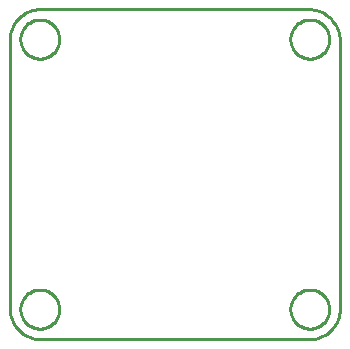
<source format=gko>
G04 EAGLE Gerber RS-274X export*
G75*
%MOMM*%
%FSLAX34Y34*%
%LPD*%
%IN*%
%IPPOS*%
%AMOC8*
5,1,8,0,0,1.08239X$1,22.5*%
G01*
%ADD10C,0.000000*%
%ADD11C,0.254000*%


D10*
X91Y254079D02*
X9Y25408D01*
X16Y24794D01*
X38Y24181D01*
X75Y23568D01*
X126Y22956D01*
X193Y22346D01*
X274Y21738D01*
X369Y21131D01*
X480Y20528D01*
X605Y19927D01*
X744Y19329D01*
X898Y18735D01*
X1066Y18144D01*
X1248Y17558D01*
X1445Y16977D01*
X1655Y16400D01*
X1880Y15829D01*
X2118Y15263D01*
X2369Y14703D01*
X2635Y14149D01*
X2913Y13602D01*
X3205Y13062D01*
X3509Y12529D01*
X3827Y12004D01*
X4157Y11486D01*
X4499Y10977D01*
X4853Y10476D01*
X5220Y9983D01*
X5598Y9500D01*
X5988Y9026D01*
X6390Y8562D01*
X6802Y8107D01*
X7225Y7662D01*
X7659Y7228D01*
X8104Y6805D01*
X8558Y6392D01*
X9022Y5990D01*
X9496Y5600D01*
X9979Y5221D01*
X10471Y4854D01*
X10972Y4500D01*
X11481Y4157D01*
X11998Y3827D01*
X12524Y3509D01*
X13056Y3204D01*
X13596Y2912D01*
X14143Y2633D01*
X14697Y2368D01*
X15256Y2116D01*
X15822Y1877D01*
X16393Y1652D01*
X16970Y1442D01*
X17551Y1245D01*
X18137Y1062D01*
X18727Y893D01*
X19321Y739D01*
X19919Y599D01*
X20520Y474D01*
X21124Y363D01*
X21730Y267D01*
X22338Y186D01*
X22949Y119D01*
X23560Y67D01*
X24173Y30D01*
X24786Y8D01*
X25400Y0D01*
X254000Y0D01*
X254622Y8D01*
X255243Y30D01*
X255864Y69D01*
X256483Y122D01*
X257101Y190D01*
X257717Y274D01*
X258331Y373D01*
X258943Y486D01*
X259551Y615D01*
X260156Y759D01*
X260757Y917D01*
X261354Y1090D01*
X261947Y1277D01*
X262535Y1480D01*
X263118Y1696D01*
X263696Y1927D01*
X264267Y2171D01*
X264833Y2430D01*
X265391Y2703D01*
X265944Y2989D01*
X266488Y3288D01*
X267026Y3601D01*
X267555Y3927D01*
X268077Y4266D01*
X268590Y4617D01*
X269094Y4981D01*
X269589Y5357D01*
X270075Y5746D01*
X270551Y6146D01*
X271017Y6557D01*
X271473Y6980D01*
X271918Y7414D01*
X272352Y7859D01*
X272776Y8314D01*
X273188Y8779D01*
X273589Y9255D01*
X273978Y9740D01*
X274355Y10234D01*
X274720Y10738D01*
X275072Y11250D01*
X275411Y11771D01*
X275738Y12300D01*
X276052Y12837D01*
X276352Y13382D01*
X276639Y13933D01*
X276912Y14492D01*
X277172Y15057D01*
X277418Y15628D01*
X277649Y16205D01*
X277866Y16788D01*
X278069Y17375D01*
X278258Y17968D01*
X278432Y18565D01*
X278591Y19166D01*
X278736Y19771D01*
X278865Y20379D01*
X278980Y20990D01*
X279079Y21604D01*
X279164Y22220D01*
X279233Y22838D01*
X279288Y23457D01*
X279327Y24077D01*
X279350Y24699D01*
X279359Y25321D01*
X279440Y252508D01*
X279432Y253158D01*
X279409Y253807D01*
X279370Y254455D01*
X279316Y255103D01*
X279246Y255749D01*
X279160Y256393D01*
X279059Y257034D01*
X278942Y257673D01*
X278810Y258309D01*
X278662Y258942D01*
X278499Y259571D01*
X278321Y260196D01*
X278128Y260816D01*
X277920Y261432D01*
X277698Y262042D01*
X277460Y262647D01*
X277208Y263246D01*
X276942Y263838D01*
X276661Y264424D01*
X276366Y265003D01*
X276058Y265575D01*
X275736Y266139D01*
X275400Y266695D01*
X275050Y267243D01*
X274688Y267782D01*
X274313Y268312D01*
X273925Y268833D01*
X273524Y269345D01*
X273112Y269847D01*
X272687Y270338D01*
X272250Y270819D01*
X271802Y271290D01*
X271343Y271749D01*
X270873Y272198D01*
X270392Y272635D01*
X269901Y273060D01*
X269399Y273473D01*
X268888Y273874D01*
X268367Y274262D01*
X267837Y274638D01*
X267298Y275000D01*
X266751Y275350D01*
X266195Y275686D01*
X265631Y276009D01*
X265059Y276318D01*
X264481Y276613D01*
X263895Y276894D01*
X263303Y277161D01*
X262704Y277413D01*
X262099Y277651D01*
X261489Y277874D01*
X260874Y278083D01*
X260254Y278276D01*
X259629Y278454D01*
X259000Y278618D01*
X258368Y278766D01*
X257732Y278898D01*
X257093Y279015D01*
X256451Y279117D01*
X255807Y279203D01*
X255161Y279274D01*
X254514Y279329D01*
X253865Y279368D01*
X253216Y279392D01*
X252566Y279400D01*
X252567Y279400D02*
X25400Y279400D01*
X24788Y279393D01*
X24177Y279370D01*
X23566Y279333D01*
X22957Y279282D01*
X22348Y279215D01*
X21742Y279134D01*
X21138Y279039D01*
X20536Y278928D01*
X19937Y278803D01*
X19341Y278664D01*
X18749Y278511D01*
X18161Y278343D01*
X17577Y278161D01*
X16997Y277964D01*
X16423Y277754D01*
X15853Y277530D01*
X15290Y277293D01*
X14732Y277042D01*
X14180Y276777D01*
X13635Y276499D01*
X13097Y276208D01*
X12566Y275905D01*
X12042Y275588D01*
X11527Y275259D01*
X11019Y274917D01*
X10520Y274564D01*
X10030Y274198D01*
X9548Y273821D01*
X9076Y273432D01*
X8613Y273032D01*
X8160Y272620D01*
X7717Y272198D01*
X7285Y271765D01*
X6863Y271322D01*
X6452Y270869D01*
X6052Y270406D01*
X5663Y269934D01*
X5286Y269452D01*
X4921Y268962D01*
X4567Y268462D01*
X4226Y267955D01*
X3897Y267439D01*
X3581Y266915D01*
X3277Y266384D01*
X2986Y265846D01*
X2709Y265300D01*
X2444Y264749D01*
X2193Y264191D01*
X1956Y263627D01*
X1733Y263057D01*
X1523Y262483D01*
X1327Y261903D01*
X1145Y261319D01*
X977Y260731D01*
X824Y260138D01*
X685Y259543D01*
X561Y258944D01*
X451Y258342D01*
X355Y257737D01*
X274Y257131D01*
X208Y256523D01*
X157Y255913D01*
X120Y255303D01*
X98Y254691D01*
X91Y254079D01*
X237490Y25400D02*
X237495Y25805D01*
X237510Y26210D01*
X237535Y26615D01*
X237570Y27018D01*
X237614Y27421D01*
X237669Y27823D01*
X237733Y28223D01*
X237807Y28621D01*
X237891Y29017D01*
X237985Y29412D01*
X238088Y29803D01*
X238201Y30193D01*
X238323Y30579D01*
X238455Y30962D01*
X238596Y31342D01*
X238747Y31718D01*
X238906Y32091D01*
X239075Y32459D01*
X239253Y32823D01*
X239439Y33183D01*
X239635Y33538D01*
X239839Y33888D01*
X240051Y34233D01*
X240272Y34572D01*
X240502Y34907D01*
X240739Y35235D01*
X240984Y35557D01*
X241238Y35874D01*
X241498Y36184D01*
X241767Y36487D01*
X242043Y36784D01*
X242326Y37074D01*
X242616Y37357D01*
X242913Y37633D01*
X243216Y37902D01*
X243526Y38162D01*
X243843Y38416D01*
X244165Y38661D01*
X244493Y38898D01*
X244828Y39128D01*
X245167Y39349D01*
X245512Y39561D01*
X245862Y39765D01*
X246217Y39961D01*
X246577Y40147D01*
X246941Y40325D01*
X247309Y40494D01*
X247682Y40653D01*
X248058Y40804D01*
X248438Y40945D01*
X248821Y41077D01*
X249207Y41199D01*
X249597Y41312D01*
X249988Y41415D01*
X250383Y41509D01*
X250779Y41593D01*
X251177Y41667D01*
X251577Y41731D01*
X251979Y41786D01*
X252382Y41830D01*
X252785Y41865D01*
X253190Y41890D01*
X253595Y41905D01*
X254000Y41910D01*
X254405Y41905D01*
X254810Y41890D01*
X255215Y41865D01*
X255618Y41830D01*
X256021Y41786D01*
X256423Y41731D01*
X256823Y41667D01*
X257221Y41593D01*
X257617Y41509D01*
X258012Y41415D01*
X258403Y41312D01*
X258793Y41199D01*
X259179Y41077D01*
X259562Y40945D01*
X259942Y40804D01*
X260318Y40653D01*
X260691Y40494D01*
X261059Y40325D01*
X261423Y40147D01*
X261783Y39961D01*
X262138Y39765D01*
X262488Y39561D01*
X262833Y39349D01*
X263172Y39128D01*
X263507Y38898D01*
X263835Y38661D01*
X264157Y38416D01*
X264474Y38162D01*
X264784Y37902D01*
X265087Y37633D01*
X265384Y37357D01*
X265674Y37074D01*
X265957Y36784D01*
X266233Y36487D01*
X266502Y36184D01*
X266762Y35874D01*
X267016Y35557D01*
X267261Y35235D01*
X267498Y34907D01*
X267728Y34572D01*
X267949Y34233D01*
X268161Y33888D01*
X268365Y33538D01*
X268561Y33183D01*
X268747Y32823D01*
X268925Y32459D01*
X269094Y32091D01*
X269253Y31718D01*
X269404Y31342D01*
X269545Y30962D01*
X269677Y30579D01*
X269799Y30193D01*
X269912Y29803D01*
X270015Y29412D01*
X270109Y29017D01*
X270193Y28621D01*
X270267Y28223D01*
X270331Y27823D01*
X270386Y27421D01*
X270430Y27018D01*
X270465Y26615D01*
X270490Y26210D01*
X270505Y25805D01*
X270510Y25400D01*
X270505Y24995D01*
X270490Y24590D01*
X270465Y24185D01*
X270430Y23782D01*
X270386Y23379D01*
X270331Y22977D01*
X270267Y22577D01*
X270193Y22179D01*
X270109Y21783D01*
X270015Y21388D01*
X269912Y20997D01*
X269799Y20607D01*
X269677Y20221D01*
X269545Y19838D01*
X269404Y19458D01*
X269253Y19082D01*
X269094Y18709D01*
X268925Y18341D01*
X268747Y17977D01*
X268561Y17617D01*
X268365Y17262D01*
X268161Y16912D01*
X267949Y16567D01*
X267728Y16228D01*
X267498Y15893D01*
X267261Y15565D01*
X267016Y15243D01*
X266762Y14926D01*
X266502Y14616D01*
X266233Y14313D01*
X265957Y14016D01*
X265674Y13726D01*
X265384Y13443D01*
X265087Y13167D01*
X264784Y12898D01*
X264474Y12638D01*
X264157Y12384D01*
X263835Y12139D01*
X263507Y11902D01*
X263172Y11672D01*
X262833Y11451D01*
X262488Y11239D01*
X262138Y11035D01*
X261783Y10839D01*
X261423Y10653D01*
X261059Y10475D01*
X260691Y10306D01*
X260318Y10147D01*
X259942Y9996D01*
X259562Y9855D01*
X259179Y9723D01*
X258793Y9601D01*
X258403Y9488D01*
X258012Y9385D01*
X257617Y9291D01*
X257221Y9207D01*
X256823Y9133D01*
X256423Y9069D01*
X256021Y9014D01*
X255618Y8970D01*
X255215Y8935D01*
X254810Y8910D01*
X254405Y8895D01*
X254000Y8890D01*
X253595Y8895D01*
X253190Y8910D01*
X252785Y8935D01*
X252382Y8970D01*
X251979Y9014D01*
X251577Y9069D01*
X251177Y9133D01*
X250779Y9207D01*
X250383Y9291D01*
X249988Y9385D01*
X249597Y9488D01*
X249207Y9601D01*
X248821Y9723D01*
X248438Y9855D01*
X248058Y9996D01*
X247682Y10147D01*
X247309Y10306D01*
X246941Y10475D01*
X246577Y10653D01*
X246217Y10839D01*
X245862Y11035D01*
X245512Y11239D01*
X245167Y11451D01*
X244828Y11672D01*
X244493Y11902D01*
X244165Y12139D01*
X243843Y12384D01*
X243526Y12638D01*
X243216Y12898D01*
X242913Y13167D01*
X242616Y13443D01*
X242326Y13726D01*
X242043Y14016D01*
X241767Y14313D01*
X241498Y14616D01*
X241238Y14926D01*
X240984Y15243D01*
X240739Y15565D01*
X240502Y15893D01*
X240272Y16228D01*
X240051Y16567D01*
X239839Y16912D01*
X239635Y17262D01*
X239439Y17617D01*
X239253Y17977D01*
X239075Y18341D01*
X238906Y18709D01*
X238747Y19082D01*
X238596Y19458D01*
X238455Y19838D01*
X238323Y20221D01*
X238201Y20607D01*
X238088Y20997D01*
X237985Y21388D01*
X237891Y21783D01*
X237807Y22179D01*
X237733Y22577D01*
X237669Y22977D01*
X237614Y23379D01*
X237570Y23782D01*
X237535Y24185D01*
X237510Y24590D01*
X237495Y24995D01*
X237490Y25400D01*
X8890Y25400D02*
X8895Y25805D01*
X8910Y26210D01*
X8935Y26615D01*
X8970Y27018D01*
X9014Y27421D01*
X9069Y27823D01*
X9133Y28223D01*
X9207Y28621D01*
X9291Y29017D01*
X9385Y29412D01*
X9488Y29803D01*
X9601Y30193D01*
X9723Y30579D01*
X9855Y30962D01*
X9996Y31342D01*
X10147Y31718D01*
X10306Y32091D01*
X10475Y32459D01*
X10653Y32823D01*
X10839Y33183D01*
X11035Y33538D01*
X11239Y33888D01*
X11451Y34233D01*
X11672Y34572D01*
X11902Y34907D01*
X12139Y35235D01*
X12384Y35557D01*
X12638Y35874D01*
X12898Y36184D01*
X13167Y36487D01*
X13443Y36784D01*
X13726Y37074D01*
X14016Y37357D01*
X14313Y37633D01*
X14616Y37902D01*
X14926Y38162D01*
X15243Y38416D01*
X15565Y38661D01*
X15893Y38898D01*
X16228Y39128D01*
X16567Y39349D01*
X16912Y39561D01*
X17262Y39765D01*
X17617Y39961D01*
X17977Y40147D01*
X18341Y40325D01*
X18709Y40494D01*
X19082Y40653D01*
X19458Y40804D01*
X19838Y40945D01*
X20221Y41077D01*
X20607Y41199D01*
X20997Y41312D01*
X21388Y41415D01*
X21783Y41509D01*
X22179Y41593D01*
X22577Y41667D01*
X22977Y41731D01*
X23379Y41786D01*
X23782Y41830D01*
X24185Y41865D01*
X24590Y41890D01*
X24995Y41905D01*
X25400Y41910D01*
X25805Y41905D01*
X26210Y41890D01*
X26615Y41865D01*
X27018Y41830D01*
X27421Y41786D01*
X27823Y41731D01*
X28223Y41667D01*
X28621Y41593D01*
X29017Y41509D01*
X29412Y41415D01*
X29803Y41312D01*
X30193Y41199D01*
X30579Y41077D01*
X30962Y40945D01*
X31342Y40804D01*
X31718Y40653D01*
X32091Y40494D01*
X32459Y40325D01*
X32823Y40147D01*
X33183Y39961D01*
X33538Y39765D01*
X33888Y39561D01*
X34233Y39349D01*
X34572Y39128D01*
X34907Y38898D01*
X35235Y38661D01*
X35557Y38416D01*
X35874Y38162D01*
X36184Y37902D01*
X36487Y37633D01*
X36784Y37357D01*
X37074Y37074D01*
X37357Y36784D01*
X37633Y36487D01*
X37902Y36184D01*
X38162Y35874D01*
X38416Y35557D01*
X38661Y35235D01*
X38898Y34907D01*
X39128Y34572D01*
X39349Y34233D01*
X39561Y33888D01*
X39765Y33538D01*
X39961Y33183D01*
X40147Y32823D01*
X40325Y32459D01*
X40494Y32091D01*
X40653Y31718D01*
X40804Y31342D01*
X40945Y30962D01*
X41077Y30579D01*
X41199Y30193D01*
X41312Y29803D01*
X41415Y29412D01*
X41509Y29017D01*
X41593Y28621D01*
X41667Y28223D01*
X41731Y27823D01*
X41786Y27421D01*
X41830Y27018D01*
X41865Y26615D01*
X41890Y26210D01*
X41905Y25805D01*
X41910Y25400D01*
X41905Y24995D01*
X41890Y24590D01*
X41865Y24185D01*
X41830Y23782D01*
X41786Y23379D01*
X41731Y22977D01*
X41667Y22577D01*
X41593Y22179D01*
X41509Y21783D01*
X41415Y21388D01*
X41312Y20997D01*
X41199Y20607D01*
X41077Y20221D01*
X40945Y19838D01*
X40804Y19458D01*
X40653Y19082D01*
X40494Y18709D01*
X40325Y18341D01*
X40147Y17977D01*
X39961Y17617D01*
X39765Y17262D01*
X39561Y16912D01*
X39349Y16567D01*
X39128Y16228D01*
X38898Y15893D01*
X38661Y15565D01*
X38416Y15243D01*
X38162Y14926D01*
X37902Y14616D01*
X37633Y14313D01*
X37357Y14016D01*
X37074Y13726D01*
X36784Y13443D01*
X36487Y13167D01*
X36184Y12898D01*
X35874Y12638D01*
X35557Y12384D01*
X35235Y12139D01*
X34907Y11902D01*
X34572Y11672D01*
X34233Y11451D01*
X33888Y11239D01*
X33538Y11035D01*
X33183Y10839D01*
X32823Y10653D01*
X32459Y10475D01*
X32091Y10306D01*
X31718Y10147D01*
X31342Y9996D01*
X30962Y9855D01*
X30579Y9723D01*
X30193Y9601D01*
X29803Y9488D01*
X29412Y9385D01*
X29017Y9291D01*
X28621Y9207D01*
X28223Y9133D01*
X27823Y9069D01*
X27421Y9014D01*
X27018Y8970D01*
X26615Y8935D01*
X26210Y8910D01*
X25805Y8895D01*
X25400Y8890D01*
X24995Y8895D01*
X24590Y8910D01*
X24185Y8935D01*
X23782Y8970D01*
X23379Y9014D01*
X22977Y9069D01*
X22577Y9133D01*
X22179Y9207D01*
X21783Y9291D01*
X21388Y9385D01*
X20997Y9488D01*
X20607Y9601D01*
X20221Y9723D01*
X19838Y9855D01*
X19458Y9996D01*
X19082Y10147D01*
X18709Y10306D01*
X18341Y10475D01*
X17977Y10653D01*
X17617Y10839D01*
X17262Y11035D01*
X16912Y11239D01*
X16567Y11451D01*
X16228Y11672D01*
X15893Y11902D01*
X15565Y12139D01*
X15243Y12384D01*
X14926Y12638D01*
X14616Y12898D01*
X14313Y13167D01*
X14016Y13443D01*
X13726Y13726D01*
X13443Y14016D01*
X13167Y14313D01*
X12898Y14616D01*
X12638Y14926D01*
X12384Y15243D01*
X12139Y15565D01*
X11902Y15893D01*
X11672Y16228D01*
X11451Y16567D01*
X11239Y16912D01*
X11035Y17262D01*
X10839Y17617D01*
X10653Y17977D01*
X10475Y18341D01*
X10306Y18709D01*
X10147Y19082D01*
X9996Y19458D01*
X9855Y19838D01*
X9723Y20221D01*
X9601Y20607D01*
X9488Y20997D01*
X9385Y21388D01*
X9291Y21783D01*
X9207Y22179D01*
X9133Y22577D01*
X9069Y22977D01*
X9014Y23379D01*
X8970Y23782D01*
X8935Y24185D01*
X8910Y24590D01*
X8895Y24995D01*
X8890Y25400D01*
X237490Y254000D02*
X237495Y254405D01*
X237510Y254810D01*
X237535Y255215D01*
X237570Y255618D01*
X237614Y256021D01*
X237669Y256423D01*
X237733Y256823D01*
X237807Y257221D01*
X237891Y257617D01*
X237985Y258012D01*
X238088Y258403D01*
X238201Y258793D01*
X238323Y259179D01*
X238455Y259562D01*
X238596Y259942D01*
X238747Y260318D01*
X238906Y260691D01*
X239075Y261059D01*
X239253Y261423D01*
X239439Y261783D01*
X239635Y262138D01*
X239839Y262488D01*
X240051Y262833D01*
X240272Y263172D01*
X240502Y263507D01*
X240739Y263835D01*
X240984Y264157D01*
X241238Y264474D01*
X241498Y264784D01*
X241767Y265087D01*
X242043Y265384D01*
X242326Y265674D01*
X242616Y265957D01*
X242913Y266233D01*
X243216Y266502D01*
X243526Y266762D01*
X243843Y267016D01*
X244165Y267261D01*
X244493Y267498D01*
X244828Y267728D01*
X245167Y267949D01*
X245512Y268161D01*
X245862Y268365D01*
X246217Y268561D01*
X246577Y268747D01*
X246941Y268925D01*
X247309Y269094D01*
X247682Y269253D01*
X248058Y269404D01*
X248438Y269545D01*
X248821Y269677D01*
X249207Y269799D01*
X249597Y269912D01*
X249988Y270015D01*
X250383Y270109D01*
X250779Y270193D01*
X251177Y270267D01*
X251577Y270331D01*
X251979Y270386D01*
X252382Y270430D01*
X252785Y270465D01*
X253190Y270490D01*
X253595Y270505D01*
X254000Y270510D01*
X254405Y270505D01*
X254810Y270490D01*
X255215Y270465D01*
X255618Y270430D01*
X256021Y270386D01*
X256423Y270331D01*
X256823Y270267D01*
X257221Y270193D01*
X257617Y270109D01*
X258012Y270015D01*
X258403Y269912D01*
X258793Y269799D01*
X259179Y269677D01*
X259562Y269545D01*
X259942Y269404D01*
X260318Y269253D01*
X260691Y269094D01*
X261059Y268925D01*
X261423Y268747D01*
X261783Y268561D01*
X262138Y268365D01*
X262488Y268161D01*
X262833Y267949D01*
X263172Y267728D01*
X263507Y267498D01*
X263835Y267261D01*
X264157Y267016D01*
X264474Y266762D01*
X264784Y266502D01*
X265087Y266233D01*
X265384Y265957D01*
X265674Y265674D01*
X265957Y265384D01*
X266233Y265087D01*
X266502Y264784D01*
X266762Y264474D01*
X267016Y264157D01*
X267261Y263835D01*
X267498Y263507D01*
X267728Y263172D01*
X267949Y262833D01*
X268161Y262488D01*
X268365Y262138D01*
X268561Y261783D01*
X268747Y261423D01*
X268925Y261059D01*
X269094Y260691D01*
X269253Y260318D01*
X269404Y259942D01*
X269545Y259562D01*
X269677Y259179D01*
X269799Y258793D01*
X269912Y258403D01*
X270015Y258012D01*
X270109Y257617D01*
X270193Y257221D01*
X270267Y256823D01*
X270331Y256423D01*
X270386Y256021D01*
X270430Y255618D01*
X270465Y255215D01*
X270490Y254810D01*
X270505Y254405D01*
X270510Y254000D01*
X270505Y253595D01*
X270490Y253190D01*
X270465Y252785D01*
X270430Y252382D01*
X270386Y251979D01*
X270331Y251577D01*
X270267Y251177D01*
X270193Y250779D01*
X270109Y250383D01*
X270015Y249988D01*
X269912Y249597D01*
X269799Y249207D01*
X269677Y248821D01*
X269545Y248438D01*
X269404Y248058D01*
X269253Y247682D01*
X269094Y247309D01*
X268925Y246941D01*
X268747Y246577D01*
X268561Y246217D01*
X268365Y245862D01*
X268161Y245512D01*
X267949Y245167D01*
X267728Y244828D01*
X267498Y244493D01*
X267261Y244165D01*
X267016Y243843D01*
X266762Y243526D01*
X266502Y243216D01*
X266233Y242913D01*
X265957Y242616D01*
X265674Y242326D01*
X265384Y242043D01*
X265087Y241767D01*
X264784Y241498D01*
X264474Y241238D01*
X264157Y240984D01*
X263835Y240739D01*
X263507Y240502D01*
X263172Y240272D01*
X262833Y240051D01*
X262488Y239839D01*
X262138Y239635D01*
X261783Y239439D01*
X261423Y239253D01*
X261059Y239075D01*
X260691Y238906D01*
X260318Y238747D01*
X259942Y238596D01*
X259562Y238455D01*
X259179Y238323D01*
X258793Y238201D01*
X258403Y238088D01*
X258012Y237985D01*
X257617Y237891D01*
X257221Y237807D01*
X256823Y237733D01*
X256423Y237669D01*
X256021Y237614D01*
X255618Y237570D01*
X255215Y237535D01*
X254810Y237510D01*
X254405Y237495D01*
X254000Y237490D01*
X253595Y237495D01*
X253190Y237510D01*
X252785Y237535D01*
X252382Y237570D01*
X251979Y237614D01*
X251577Y237669D01*
X251177Y237733D01*
X250779Y237807D01*
X250383Y237891D01*
X249988Y237985D01*
X249597Y238088D01*
X249207Y238201D01*
X248821Y238323D01*
X248438Y238455D01*
X248058Y238596D01*
X247682Y238747D01*
X247309Y238906D01*
X246941Y239075D01*
X246577Y239253D01*
X246217Y239439D01*
X245862Y239635D01*
X245512Y239839D01*
X245167Y240051D01*
X244828Y240272D01*
X244493Y240502D01*
X244165Y240739D01*
X243843Y240984D01*
X243526Y241238D01*
X243216Y241498D01*
X242913Y241767D01*
X242616Y242043D01*
X242326Y242326D01*
X242043Y242616D01*
X241767Y242913D01*
X241498Y243216D01*
X241238Y243526D01*
X240984Y243843D01*
X240739Y244165D01*
X240502Y244493D01*
X240272Y244828D01*
X240051Y245167D01*
X239839Y245512D01*
X239635Y245862D01*
X239439Y246217D01*
X239253Y246577D01*
X239075Y246941D01*
X238906Y247309D01*
X238747Y247682D01*
X238596Y248058D01*
X238455Y248438D01*
X238323Y248821D01*
X238201Y249207D01*
X238088Y249597D01*
X237985Y249988D01*
X237891Y250383D01*
X237807Y250779D01*
X237733Y251177D01*
X237669Y251577D01*
X237614Y251979D01*
X237570Y252382D01*
X237535Y252785D01*
X237510Y253190D01*
X237495Y253595D01*
X237490Y254000D01*
X8890Y254000D02*
X8895Y254405D01*
X8910Y254810D01*
X8935Y255215D01*
X8970Y255618D01*
X9014Y256021D01*
X9069Y256423D01*
X9133Y256823D01*
X9207Y257221D01*
X9291Y257617D01*
X9385Y258012D01*
X9488Y258403D01*
X9601Y258793D01*
X9723Y259179D01*
X9855Y259562D01*
X9996Y259942D01*
X10147Y260318D01*
X10306Y260691D01*
X10475Y261059D01*
X10653Y261423D01*
X10839Y261783D01*
X11035Y262138D01*
X11239Y262488D01*
X11451Y262833D01*
X11672Y263172D01*
X11902Y263507D01*
X12139Y263835D01*
X12384Y264157D01*
X12638Y264474D01*
X12898Y264784D01*
X13167Y265087D01*
X13443Y265384D01*
X13726Y265674D01*
X14016Y265957D01*
X14313Y266233D01*
X14616Y266502D01*
X14926Y266762D01*
X15243Y267016D01*
X15565Y267261D01*
X15893Y267498D01*
X16228Y267728D01*
X16567Y267949D01*
X16912Y268161D01*
X17262Y268365D01*
X17617Y268561D01*
X17977Y268747D01*
X18341Y268925D01*
X18709Y269094D01*
X19082Y269253D01*
X19458Y269404D01*
X19838Y269545D01*
X20221Y269677D01*
X20607Y269799D01*
X20997Y269912D01*
X21388Y270015D01*
X21783Y270109D01*
X22179Y270193D01*
X22577Y270267D01*
X22977Y270331D01*
X23379Y270386D01*
X23782Y270430D01*
X24185Y270465D01*
X24590Y270490D01*
X24995Y270505D01*
X25400Y270510D01*
X25805Y270505D01*
X26210Y270490D01*
X26615Y270465D01*
X27018Y270430D01*
X27421Y270386D01*
X27823Y270331D01*
X28223Y270267D01*
X28621Y270193D01*
X29017Y270109D01*
X29412Y270015D01*
X29803Y269912D01*
X30193Y269799D01*
X30579Y269677D01*
X30962Y269545D01*
X31342Y269404D01*
X31718Y269253D01*
X32091Y269094D01*
X32459Y268925D01*
X32823Y268747D01*
X33183Y268561D01*
X33538Y268365D01*
X33888Y268161D01*
X34233Y267949D01*
X34572Y267728D01*
X34907Y267498D01*
X35235Y267261D01*
X35557Y267016D01*
X35874Y266762D01*
X36184Y266502D01*
X36487Y266233D01*
X36784Y265957D01*
X37074Y265674D01*
X37357Y265384D01*
X37633Y265087D01*
X37902Y264784D01*
X38162Y264474D01*
X38416Y264157D01*
X38661Y263835D01*
X38898Y263507D01*
X39128Y263172D01*
X39349Y262833D01*
X39561Y262488D01*
X39765Y262138D01*
X39961Y261783D01*
X40147Y261423D01*
X40325Y261059D01*
X40494Y260691D01*
X40653Y260318D01*
X40804Y259942D01*
X40945Y259562D01*
X41077Y259179D01*
X41199Y258793D01*
X41312Y258403D01*
X41415Y258012D01*
X41509Y257617D01*
X41593Y257221D01*
X41667Y256823D01*
X41731Y256423D01*
X41786Y256021D01*
X41830Y255618D01*
X41865Y255215D01*
X41890Y254810D01*
X41905Y254405D01*
X41910Y254000D01*
X41905Y253595D01*
X41890Y253190D01*
X41865Y252785D01*
X41830Y252382D01*
X41786Y251979D01*
X41731Y251577D01*
X41667Y251177D01*
X41593Y250779D01*
X41509Y250383D01*
X41415Y249988D01*
X41312Y249597D01*
X41199Y249207D01*
X41077Y248821D01*
X40945Y248438D01*
X40804Y248058D01*
X40653Y247682D01*
X40494Y247309D01*
X40325Y246941D01*
X40147Y246577D01*
X39961Y246217D01*
X39765Y245862D01*
X39561Y245512D01*
X39349Y245167D01*
X39128Y244828D01*
X38898Y244493D01*
X38661Y244165D01*
X38416Y243843D01*
X38162Y243526D01*
X37902Y243216D01*
X37633Y242913D01*
X37357Y242616D01*
X37074Y242326D01*
X36784Y242043D01*
X36487Y241767D01*
X36184Y241498D01*
X35874Y241238D01*
X35557Y240984D01*
X35235Y240739D01*
X34907Y240502D01*
X34572Y240272D01*
X34233Y240051D01*
X33888Y239839D01*
X33538Y239635D01*
X33183Y239439D01*
X32823Y239253D01*
X32459Y239075D01*
X32091Y238906D01*
X31718Y238747D01*
X31342Y238596D01*
X30962Y238455D01*
X30579Y238323D01*
X30193Y238201D01*
X29803Y238088D01*
X29412Y237985D01*
X29017Y237891D01*
X28621Y237807D01*
X28223Y237733D01*
X27823Y237669D01*
X27421Y237614D01*
X27018Y237570D01*
X26615Y237535D01*
X26210Y237510D01*
X25805Y237495D01*
X25400Y237490D01*
X24995Y237495D01*
X24590Y237510D01*
X24185Y237535D01*
X23782Y237570D01*
X23379Y237614D01*
X22977Y237669D01*
X22577Y237733D01*
X22179Y237807D01*
X21783Y237891D01*
X21388Y237985D01*
X20997Y238088D01*
X20607Y238201D01*
X20221Y238323D01*
X19838Y238455D01*
X19458Y238596D01*
X19082Y238747D01*
X18709Y238906D01*
X18341Y239075D01*
X17977Y239253D01*
X17617Y239439D01*
X17262Y239635D01*
X16912Y239839D01*
X16567Y240051D01*
X16228Y240272D01*
X15893Y240502D01*
X15565Y240739D01*
X15243Y240984D01*
X14926Y241238D01*
X14616Y241498D01*
X14313Y241767D01*
X14016Y242043D01*
X13726Y242326D01*
X13443Y242616D01*
X13167Y242913D01*
X12898Y243216D01*
X12638Y243526D01*
X12384Y243843D01*
X12139Y244165D01*
X11902Y244493D01*
X11672Y244828D01*
X11451Y245167D01*
X11239Y245512D01*
X11035Y245862D01*
X10839Y246217D01*
X10653Y246577D01*
X10475Y246941D01*
X10306Y247309D01*
X10147Y247682D01*
X9996Y248058D01*
X9855Y248438D01*
X9723Y248821D01*
X9601Y249207D01*
X9488Y249597D01*
X9385Y249988D01*
X9291Y250383D01*
X9207Y250779D01*
X9133Y251177D01*
X9069Y251577D01*
X9014Y251979D01*
X8970Y252382D01*
X8935Y252785D01*
X8910Y253190D01*
X8895Y253595D01*
X8890Y254000D01*
D11*
X9Y25408D02*
X105Y23195D01*
X393Y20998D01*
X871Y18835D01*
X1536Y16722D01*
X2383Y14674D01*
X3405Y12709D01*
X4594Y10840D01*
X5942Y9081D01*
X7438Y7447D01*
X9070Y5950D01*
X10827Y4600D01*
X12695Y3409D01*
X14660Y2385D01*
X16706Y1536D01*
X18819Y869D01*
X20981Y388D01*
X23178Y98D01*
X25391Y0D01*
X25400Y0D01*
X254000Y0D01*
X256210Y97D01*
X258404Y385D01*
X260563Y864D01*
X262673Y1529D01*
X264717Y2376D01*
X266680Y3397D01*
X268545Y4586D01*
X270301Y5933D01*
X271932Y7428D01*
X273426Y9059D01*
X274773Y10814D01*
X275962Y12680D01*
X276983Y14642D01*
X277830Y16686D01*
X278495Y18796D01*
X278974Y20956D01*
X279263Y23149D01*
X279359Y25321D01*
X279440Y252508D01*
X279339Y254850D01*
X279034Y257175D01*
X278528Y259465D01*
X277824Y261701D01*
X276928Y263868D01*
X275846Y265949D01*
X274588Y267927D01*
X273161Y269788D01*
X271578Y271518D01*
X269850Y273103D01*
X267990Y274531D01*
X266013Y275792D01*
X263934Y276876D01*
X261768Y277774D01*
X259532Y278480D01*
X257243Y278989D01*
X254919Y279296D01*
X252576Y279400D01*
X252567Y279400D01*
X25400Y279400D01*
X23194Y279304D01*
X21005Y279016D01*
X18850Y278538D01*
X16744Y277874D01*
X14704Y277029D01*
X12745Y276009D01*
X10883Y274823D01*
X9132Y273479D01*
X7504Y271987D01*
X6012Y270359D01*
X4668Y268608D01*
X3482Y266745D01*
X2462Y264787D01*
X1617Y262747D01*
X953Y260641D01*
X475Y258486D01*
X187Y256297D01*
X91Y254091D01*
X91Y254079D01*
X9Y25408D01*
X270510Y24860D02*
X270439Y23781D01*
X270298Y22709D01*
X270087Y21649D01*
X269808Y20605D01*
X269460Y19581D01*
X269046Y18583D01*
X268568Y17613D01*
X268028Y16677D01*
X267427Y15778D01*
X266769Y14921D01*
X266057Y14108D01*
X265292Y13344D01*
X264479Y12631D01*
X263622Y11973D01*
X262723Y11372D01*
X261787Y10832D01*
X260817Y10354D01*
X259819Y9940D01*
X258795Y9592D01*
X257751Y9313D01*
X256691Y9102D01*
X255619Y8961D01*
X254540Y8890D01*
X253460Y8890D01*
X252381Y8961D01*
X251309Y9102D01*
X250249Y9313D01*
X249205Y9592D01*
X248181Y9940D01*
X247183Y10354D01*
X246213Y10832D01*
X245277Y11372D01*
X244378Y11973D01*
X243521Y12631D01*
X242708Y13344D01*
X241944Y14108D01*
X241231Y14921D01*
X240573Y15778D01*
X239972Y16677D01*
X239432Y17613D01*
X238954Y18583D01*
X238540Y19581D01*
X238192Y20605D01*
X237913Y21649D01*
X237702Y22709D01*
X237561Y23781D01*
X237490Y24860D01*
X237490Y25940D01*
X237561Y27019D01*
X237702Y28091D01*
X237913Y29151D01*
X238192Y30195D01*
X238540Y31219D01*
X238954Y32217D01*
X239432Y33187D01*
X239972Y34123D01*
X240573Y35022D01*
X241231Y35879D01*
X241944Y36692D01*
X242708Y37457D01*
X243521Y38169D01*
X244378Y38827D01*
X245277Y39428D01*
X246213Y39968D01*
X247183Y40446D01*
X248181Y40860D01*
X249205Y41208D01*
X250249Y41487D01*
X251309Y41698D01*
X252381Y41839D01*
X253460Y41910D01*
X254540Y41910D01*
X255619Y41839D01*
X256691Y41698D01*
X257751Y41487D01*
X258795Y41208D01*
X259819Y40860D01*
X260817Y40446D01*
X261787Y39968D01*
X262723Y39428D01*
X263622Y38827D01*
X264479Y38169D01*
X265292Y37457D01*
X266057Y36692D01*
X266769Y35879D01*
X267427Y35022D01*
X268028Y34123D01*
X268568Y33187D01*
X269046Y32217D01*
X269460Y31219D01*
X269808Y30195D01*
X270087Y29151D01*
X270298Y28091D01*
X270439Y27019D01*
X270510Y25940D01*
X270510Y24860D01*
X41910Y24860D02*
X41839Y23781D01*
X41698Y22709D01*
X41487Y21649D01*
X41208Y20605D01*
X40860Y19581D01*
X40446Y18583D01*
X39968Y17613D01*
X39428Y16677D01*
X38827Y15778D01*
X38169Y14921D01*
X37457Y14108D01*
X36692Y13344D01*
X35879Y12631D01*
X35022Y11973D01*
X34123Y11372D01*
X33187Y10832D01*
X32217Y10354D01*
X31219Y9940D01*
X30195Y9592D01*
X29151Y9313D01*
X28091Y9102D01*
X27019Y8961D01*
X25940Y8890D01*
X24860Y8890D01*
X23781Y8961D01*
X22709Y9102D01*
X21649Y9313D01*
X20605Y9592D01*
X19581Y9940D01*
X18583Y10354D01*
X17613Y10832D01*
X16677Y11372D01*
X15778Y11973D01*
X14921Y12631D01*
X14108Y13344D01*
X13344Y14108D01*
X12631Y14921D01*
X11973Y15778D01*
X11372Y16677D01*
X10832Y17613D01*
X10354Y18583D01*
X9940Y19581D01*
X9592Y20605D01*
X9313Y21649D01*
X9102Y22709D01*
X8961Y23781D01*
X8890Y24860D01*
X8890Y25940D01*
X8961Y27019D01*
X9102Y28091D01*
X9313Y29151D01*
X9592Y30195D01*
X9940Y31219D01*
X10354Y32217D01*
X10832Y33187D01*
X11372Y34123D01*
X11973Y35022D01*
X12631Y35879D01*
X13344Y36692D01*
X14108Y37457D01*
X14921Y38169D01*
X15778Y38827D01*
X16677Y39428D01*
X17613Y39968D01*
X18583Y40446D01*
X19581Y40860D01*
X20605Y41208D01*
X21649Y41487D01*
X22709Y41698D01*
X23781Y41839D01*
X24860Y41910D01*
X25940Y41910D01*
X27019Y41839D01*
X28091Y41698D01*
X29151Y41487D01*
X30195Y41208D01*
X31219Y40860D01*
X32217Y40446D01*
X33187Y39968D01*
X34123Y39428D01*
X35022Y38827D01*
X35879Y38169D01*
X36692Y37457D01*
X37457Y36692D01*
X38169Y35879D01*
X38827Y35022D01*
X39428Y34123D01*
X39968Y33187D01*
X40446Y32217D01*
X40860Y31219D01*
X41208Y30195D01*
X41487Y29151D01*
X41698Y28091D01*
X41839Y27019D01*
X41910Y25940D01*
X41910Y24860D01*
X270510Y253460D02*
X270439Y252381D01*
X270298Y251309D01*
X270087Y250249D01*
X269808Y249205D01*
X269460Y248181D01*
X269046Y247183D01*
X268568Y246213D01*
X268028Y245277D01*
X267427Y244378D01*
X266769Y243521D01*
X266057Y242708D01*
X265292Y241944D01*
X264479Y241231D01*
X263622Y240573D01*
X262723Y239972D01*
X261787Y239432D01*
X260817Y238954D01*
X259819Y238540D01*
X258795Y238192D01*
X257751Y237913D01*
X256691Y237702D01*
X255619Y237561D01*
X254540Y237490D01*
X253460Y237490D01*
X252381Y237561D01*
X251309Y237702D01*
X250249Y237913D01*
X249205Y238192D01*
X248181Y238540D01*
X247183Y238954D01*
X246213Y239432D01*
X245277Y239972D01*
X244378Y240573D01*
X243521Y241231D01*
X242708Y241944D01*
X241944Y242708D01*
X241231Y243521D01*
X240573Y244378D01*
X239972Y245277D01*
X239432Y246213D01*
X238954Y247183D01*
X238540Y248181D01*
X238192Y249205D01*
X237913Y250249D01*
X237702Y251309D01*
X237561Y252381D01*
X237490Y253460D01*
X237490Y254540D01*
X237561Y255619D01*
X237702Y256691D01*
X237913Y257751D01*
X238192Y258795D01*
X238540Y259819D01*
X238954Y260817D01*
X239432Y261787D01*
X239972Y262723D01*
X240573Y263622D01*
X241231Y264479D01*
X241944Y265292D01*
X242708Y266057D01*
X243521Y266769D01*
X244378Y267427D01*
X245277Y268028D01*
X246213Y268568D01*
X247183Y269046D01*
X248181Y269460D01*
X249205Y269808D01*
X250249Y270087D01*
X251309Y270298D01*
X252381Y270439D01*
X253460Y270510D01*
X254540Y270510D01*
X255619Y270439D01*
X256691Y270298D01*
X257751Y270087D01*
X258795Y269808D01*
X259819Y269460D01*
X260817Y269046D01*
X261787Y268568D01*
X262723Y268028D01*
X263622Y267427D01*
X264479Y266769D01*
X265292Y266057D01*
X266057Y265292D01*
X266769Y264479D01*
X267427Y263622D01*
X268028Y262723D01*
X268568Y261787D01*
X269046Y260817D01*
X269460Y259819D01*
X269808Y258795D01*
X270087Y257751D01*
X270298Y256691D01*
X270439Y255619D01*
X270510Y254540D01*
X270510Y253460D01*
X41910Y253460D02*
X41839Y252381D01*
X41698Y251309D01*
X41487Y250249D01*
X41208Y249205D01*
X40860Y248181D01*
X40446Y247183D01*
X39968Y246213D01*
X39428Y245277D01*
X38827Y244378D01*
X38169Y243521D01*
X37457Y242708D01*
X36692Y241944D01*
X35879Y241231D01*
X35022Y240573D01*
X34123Y239972D01*
X33187Y239432D01*
X32217Y238954D01*
X31219Y238540D01*
X30195Y238192D01*
X29151Y237913D01*
X28091Y237702D01*
X27019Y237561D01*
X25940Y237490D01*
X24860Y237490D01*
X23781Y237561D01*
X22709Y237702D01*
X21649Y237913D01*
X20605Y238192D01*
X19581Y238540D01*
X18583Y238954D01*
X17613Y239432D01*
X16677Y239972D01*
X15778Y240573D01*
X14921Y241231D01*
X14108Y241944D01*
X13344Y242708D01*
X12631Y243521D01*
X11973Y244378D01*
X11372Y245277D01*
X10832Y246213D01*
X10354Y247183D01*
X9940Y248181D01*
X9592Y249205D01*
X9313Y250249D01*
X9102Y251309D01*
X8961Y252381D01*
X8890Y253460D01*
X8890Y254540D01*
X8961Y255619D01*
X9102Y256691D01*
X9313Y257751D01*
X9592Y258795D01*
X9940Y259819D01*
X10354Y260817D01*
X10832Y261787D01*
X11372Y262723D01*
X11973Y263622D01*
X12631Y264479D01*
X13344Y265292D01*
X14108Y266057D01*
X14921Y266769D01*
X15778Y267427D01*
X16677Y268028D01*
X17613Y268568D01*
X18583Y269046D01*
X19581Y269460D01*
X20605Y269808D01*
X21649Y270087D01*
X22709Y270298D01*
X23781Y270439D01*
X24860Y270510D01*
X25940Y270510D01*
X27019Y270439D01*
X28091Y270298D01*
X29151Y270087D01*
X30195Y269808D01*
X31219Y269460D01*
X32217Y269046D01*
X33187Y268568D01*
X34123Y268028D01*
X35022Y267427D01*
X35879Y266769D01*
X36692Y266057D01*
X37457Y265292D01*
X38169Y264479D01*
X38827Y263622D01*
X39428Y262723D01*
X39968Y261787D01*
X40446Y260817D01*
X40860Y259819D01*
X41208Y258795D01*
X41487Y257751D01*
X41698Y256691D01*
X41839Y255619D01*
X41910Y254540D01*
X41910Y253460D01*
M02*

</source>
